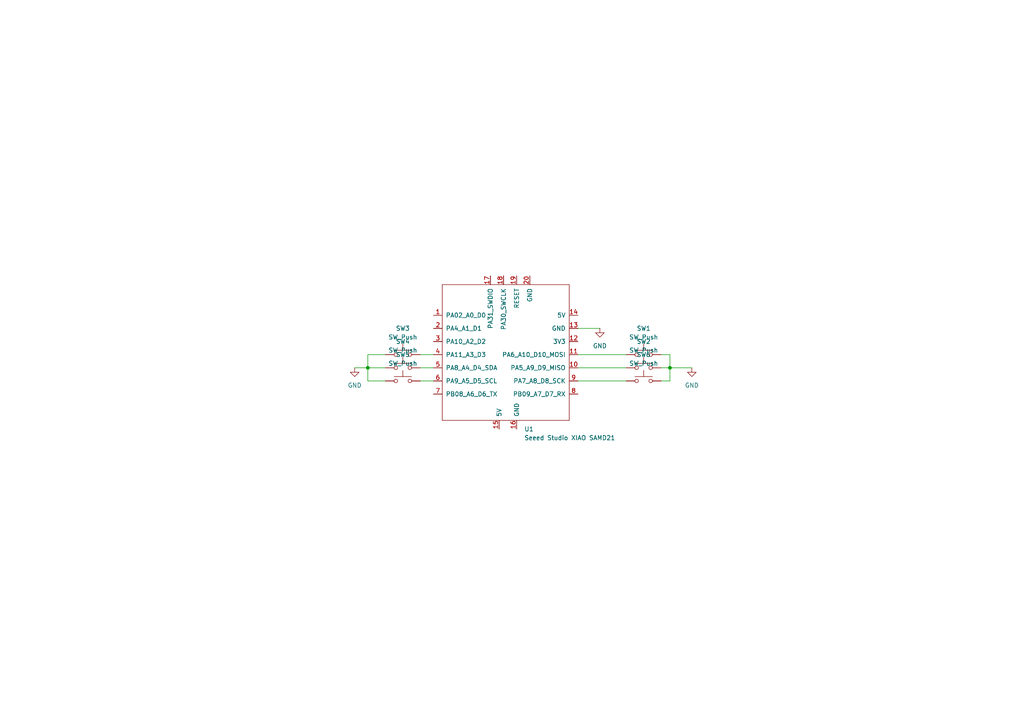
<source format=kicad_sch>
(kicad_sch (version 20231120) (generator "eeschema") (generator_version "8.0")
  (paper "A4")
  (lib_symbols
    (symbol "Seeed_Studio_XIAO_Series:Seeed Studio XIAO SAMD21" (pin_names (offset 1.016))
      (property "Reference" "U" (at -19.05 22.86 0))
      (property "Value" "Seeed Studio XIAO SAMD21" (at -12.7 21.59 0))
      (symbol "Seeed Studio XIAO SAMD21_0_1"
        (rectangle (start -19.05 20.32) (end 17.78 -19.05))
      )
      (symbol "Seeed Studio XIAO SAMD21_1_1"
        (pin unspecified line (at -21.59 11.43 0) (length 2.54) (name "PA02_A0_D0") (number "1"))
        (pin unspecified line (at 20.32 -3.81 180) (length 2.54) (name "PA5_A9_D9_MISO") (number "10"))
        (pin unspecified line (at 20.32 0 180) (length 2.54) (name "PA6_A10_D10_MOSI") (number "11"))
        (pin unspecified line (at 20.32 3.81 180) (length 2.54) (name "3V3") (number "12"))
        (pin unspecified line (at 20.32 7.62 180) (length 2.54) (name "GND") (number "13"))
        (pin unspecified line (at 20.32 11.43 180) (length 2.54) (name "5V") (number "14"))
        (pin input line (at -2.54 -21.59 90) (length 2.54) (name "5V") (number "15"))
        (pin input line (at 2.54 -21.59 90) (length 2.54) (name "GND") (number "16"))
        (pin input line (at -5.08 22.86 270) (length 2.54) (name "PA31_SWDIO") (number "17"))
        (pin input line (at -1.27 22.86 270) (length 2.54) (name "PA30_SWCLK") (number "18"))
        (pin input line (at 2.54 22.86 270) (length 2.54) (name "RESET") (number "19"))
        (pin unspecified line (at -21.59 7.62 0) (length 2.54) (name "PA4_A1_D1") (number "2"))
        (pin input line (at 6.35 22.86 270) (length 2.54) (name "GND") (number "20"))
        (pin unspecified line (at -21.59 3.81 0) (length 2.54) (name "PA10_A2_D2") (number "3"))
        (pin unspecified line (at -21.59 0 0) (length 2.54) (name "PA11_A3_D3") (number "4"))
        (pin unspecified line (at -21.59 -3.81 0) (length 2.54) (name "PA8_A4_D4_SDA") (number "5"))
        (pin unspecified line (at -21.59 -7.62 0) (length 2.54) (name "PA9_A5_D5_SCL") (number "6"))
        (pin unspecified line (at -21.59 -11.43 0) (length 2.54) (name "PB08_A6_D6_TX") (number "7"))
        (pin unspecified line (at 20.32 -11.43 180) (length 2.54) (name "PB09_A7_D7_RX") (number "8"))
        (pin unspecified line (at 20.32 -7.62 180) (length 2.54) (name "PA7_A8_D8_SCK") (number "9"))
      )
    )
    (symbol "Switch:SW_Push" (pin_numbers hide) (pin_names (offset 1.016) hide)
      (property "Reference" "SW" (at 1.27 2.54 0))
      (property "Value" "SW_Push" (at 0 -1.524 0))
      (symbol "SW_Push_0_1"
        (circle (center -2.032 0) (radius 0.508))
        (polyline (pts (xy 0 1.27) (xy 0 3.048)))
        (polyline (pts (xy 2.54 1.27) (xy -2.54 1.27)))
        (circle (center 2.032 0) (radius 0.508))
        (pin passive line (at -5.08 0 0) (length 2.54) (name "1") (number "1"))
        (pin passive line (at 5.08 0 180) (length 2.54) (name "2") (number "2"))
      )
    )
    (symbol "power:GND" (power) (pin_numbers hide) (pin_names (offset 0) hide)
      (property "Value" "GND" (at 0 -3.81 0))
      (symbol "GND_0_1"
        (polyline (pts (xy 0 0) (xy 0 -1.27) (xy 1.27 -1.27) (xy 0 -2.54) (xy -1.27 -1.27) (xy 0 -1.27)))
      )
      (symbol "GND_1_1"
        (pin power_in line (at 0 0 270) (length 0) (name "~") (number "1"))
      )
    )
  )
  (junction (at 194.31 106.68))
  (junction (at 106.68 106.68))
  (wire (pts (xy 191.77 110.49) (xy 194.31 110.49)))
  (wire (pts (xy 106.68 106.68) (xy 111.76 106.68)))
  (wire (pts (xy 167.64 102.87) (xy 181.61 102.87)))
  (wire (pts (xy 167.64 110.49) (xy 181.61 110.49)))
  (wire (pts (xy 191.77 106.68) (xy 194.31 106.68)))
  (wire (pts (xy 194.31 106.68) (xy 200.66 106.68)))
  (wire (pts (xy 121.92 110.49) (xy 125.73 110.49)))
  (wire (pts (xy 194.31 102.87) (xy 194.31 106.68)))
  (wire (pts (xy 106.68 110.49) (xy 106.68 106.68)))
  (wire (pts (xy 121.92 102.87) (xy 125.73 102.87)))
  (wire (pts (xy 106.68 102.87) (xy 106.68 106.68)))
  (wire (pts (xy 194.31 110.49) (xy 194.31 106.68)))
  (wire (pts (xy 111.76 102.87) (xy 106.68 102.87)))
  (wire (pts (xy 167.64 106.68) (xy 181.61 106.68)))
  (wire (pts (xy 102.87 106.68) (xy 106.68 106.68)))
  (wire (pts (xy 111.76 110.49) (xy 106.68 110.49)))
  (wire (pts (xy 121.92 106.68) (xy 125.73 106.68)))
  (wire (pts (xy 191.77 102.87) (xy 194.31 102.87)))
  (wire (pts (xy 167.64 95.25) (xy 173.99 95.25)))
  (symbol (lib_id "Switch:SW_Push") (at 116.84 110.49 0) (unit 1)
    (property "Reference" "SW5" (at 116.84 102.87 0))
    (property "Value" "SW_Push" (at 116.84 105.41 0))
    (property "Footprint" "Button_Switch_Keyboard:SW_Cherry_MX_1.00u_PCB" (effects (hide yes)))
    (property "Description" "Push button switch, generic, two pins" (effects (hide yes)))
  )
  (symbol (lib_id "Switch:SW_Push") (at 186.69 102.87 0) (unit 1)
    (property "Reference" "SW1" (at 186.69 95.25 0))
    (property "Value" "SW_Push" (at 186.69 97.79 0))
    (property "Footprint" "Button_Switch_Keyboard:SW_Cherry_MX_1.00u_PCB" (effects (hide yes)))
    (property "Description" "Push button switch, generic, two pins" (effects (hide yes)))
  )
  (symbol (lib_id "Switch:SW_Push") (at 186.69 110.49 0) (unit 1)
    (property "Reference" "SW6" (at 186.69 102.87 0))
    (property "Value" "SW_Push" (at 186.69 105.41 0))
    (property "Footprint" "Button_Switch_Keyboard:SW_Cherry_MX_1.00u_PCB" (effects (hide yes)))
    (property "Description" "Push button switch, generic, two pins" (effects (hide yes)))
  )
  (symbol (lib_id "Switch:SW_Push") (at 116.84 106.68 0) (unit 1)
    (property "Reference" "SW4" (at 116.84 99.06 0))
    (property "Value" "SW_Push" (at 116.84 101.6 0))
    (property "Footprint" "Button_Switch_Keyboard:SW_Cherry_MX_1.00u_PCB" (effects (hide yes)))
    (property "Description" "Push button switch, generic, two pins" (effects (hide yes)))
  )
  (symbol (lib_id "power:GND") (at 102.87 106.68 0) (unit 1)
    (property "Reference" "#PWR02" (effects (hide yes)))
    (property "Value" "GND" (at 102.87 111.76 0))
    (property "Description" "Power symbol creates a global label with name \"GND\" , ground" (effects (hide yes)))
  )
  (symbol (lib_id "Switch:SW_Push") (at 116.84 102.87 0) (unit 1)
    (property "Reference" "SW3" (at 116.84 95.25 0))
    (property "Value" "SW_Push" (at 116.84 97.79 0))
    (property "Footprint" "Button_Switch_Keyboard:SW_Cherry_MX_1.00u_PCB" (effects (hide yes)))
    (property "Description" "Push button switch, generic, two pins" (effects (hide yes)))
  )
  (symbol (lib_id "Seeed_Studio_XIAO_Series:Seeed Studio XIAO SAMD21") (at 147.32 102.87 0) (unit 1)
    (property "Reference" "U1" (at 152.0541 124.46 0) (effects (justify left)))
    (property "Value" "Seeed Studio XIAO SAMD21" (at 152.0541 127 0) (effects (justify left)))
    (property "Footprint" "Seeed Studio XIAO Series Library:XIAO-Generic-Thruhole-14P-2.54-21X17.8MM" (effects (hide yes)))
  )
  (symbol (lib_id "Switch:SW_Push") (at 186.69 106.68 0) (unit 1)
    (property "Reference" "SW2" (at 186.69 99.06 0))
    (property "Value" "SW_Push" (at 186.69 101.6 0))
    (property "Footprint" "Button_Switch_Keyboard:SW_Cherry_MX_1.00u_PCB" (effects (hide yes)))
    (property "Description" "Push button switch, generic, two pins" (effects (hide yes)))
  )
  (symbol (lib_id "power:GND") (at 200.66 106.68 0) (unit 1)
    (property "Reference" "#PWR01" (effects (hide yes)))
    (property "Value" "GND" (at 200.66 111.76 0))
    (property "Description" "Power symbol creates a global label with name \"GND\" , ground" (effects (hide yes)))
  )
  (symbol (lib_id "power:GND") (at 173.99 95.25 0) (unit 1)
    (property "Reference" "#PWR03" (effects (hide yes)))
    (property "Value" "GND" (at 173.99 100.33 0))
    (property "Description" "Power symbol creates a global label with name \"GND\" , ground" (effects (hide yes)))
  )
)
</source>
